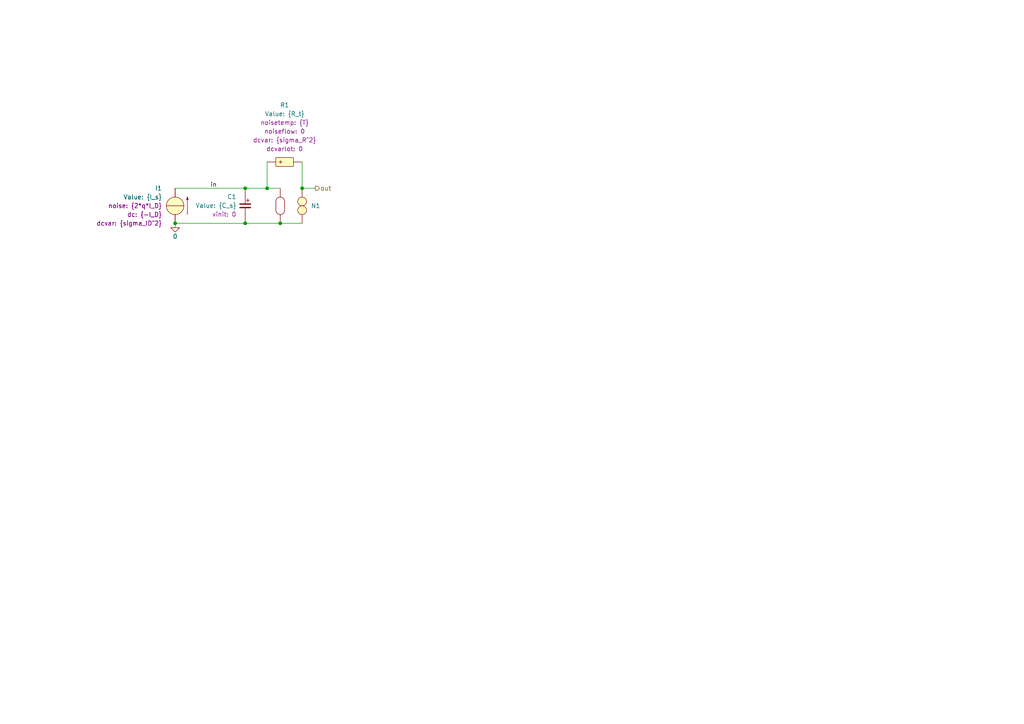
<source format=kicad_sch>
(kicad_sch (version 20250114) (generator "eeschema") (generator_version "9.0")
  (paper "A4")
  (title_block (title "Transimpedance"))
  (lib_symbols
    (symbol "SLiCAP:C" (pin_numbers (hide yes)) (pin_names (offset 1.016) (hide yes))
      (property "Reference" "C?" (at 2.54 3.81 0))
      (property "Value" "?" (at 2.54 1.27 0) (show_name))
      (property "vinit" "0" (at 2.54 -1.27 0) (show_name))
      (symbol "C_0_0"
        (text "+" (at -0.762 1.651 0) (effects (font (size 1.27 1.27))))
      )
      (symbol "C_0_1"
        (polyline (pts (xy -1.524 0.508) (xy 1.524 0.508)) (stroke (width 0.381)))
        (polyline (pts (xy -1.524 -0.508) (xy 1.524 -0.508)) (stroke (width 0.381)))
        (polyline (pts (xy 0 2.54) (xy 0 0.508)))
        (polyline (pts (xy 0 -2.54) (xy 0 -0.508)))
      )
      (symbol "C_1_0"
        (pin passive line (at 0 5.08 270) (length 2.54) (name "1") (number "1"))
        (pin passive line (at 0 -5.08 90) (length 2.54) (name "2") (number "2"))
      )
    )
    (symbol "SLiCAP:GND" (power) (pin_numbers (hide yes)) (pin_names (offset 0) (hide yes))
      (property "Value" "0" (at 0 -2.54 0))
      (symbol "GND_0_1"
        (polyline (pts (xy -1.27 0) (xy 0 -1.27) (xy 1.27 0) (xy -1.27 0)))
      )
      (symbol "GND_1_1"
        (pin power_in line (at 0 0 0) (length 0) (name "~") (number "1"))
      )
    )
    (symbol "SLiCAP:I" (pin_numbers (hide yes)) (pin_names (offset 0) (hide yes))
      (property "Reference" "I?" (at 3.81 4.445 0))
      (property "Value" "?" (at 3.81 2.54 0) (show_name))
      (property "noise" "0" (at 3.81 -3.175 0) (show_name))
      (property "dc" "0" (at 3.81 0.635 0) (show_name))
      (property "dcvar" "0" (at 3.81 -1.27 0) (show_name))
      (symbol "I_0_1"
        (polyline (pts (xy -3.556 2.54) (xy -3.556 -2.54)))
        (polyline (pts (xy -3.556 2.54) (xy -3.81 1.778) (xy -3.302 1.778) (xy -3.556 2.54)) (fill (type outline)))
        (polyline (pts (xy -2.54 0) (xy 2.54 0)))
      )
      (symbol "I_1_0"
        (circle (center 0 0) (radius 2.54) (fill (type background)))
        (pin power_out line (at 0 5.08 270) (length 2.54) (name "p") (number "2"))
        (pin power_out line (at 0 -5.08 90) (length 2.54) (name "n") (number "1"))
      )
    )
    (symbol "SLiCAP:N" (pin_numbers (hide yes)) (pin_names (offset 0) (hide yes))
      (property "Reference" "N?" (at 1.905 0 0))
      (symbol "N_0_1"
        (polyline (pts (xy -7.62 1.27) (xy -7.62 -1.27)))
        (arc (start -5.08 -1.27) (mid -5.452 -2.168) (end -6.35 -2.54))
        (arc (start -6.3499 2.5401) (mid -5.4519 2.1681) (end -5.0799 1.2701))
        (arc (start -6.35 -2.54) (mid -7.248 -2.168) (end -7.62 -1.27))
        (arc (start -7.6199 1.2701) (mid -7.2479 2.1681) (end -6.3499 2.5401))
      )
      (symbol "N_1_0"
        (pin power_out line (at 0 5.08 270) (length 2.54) (name "outP") (number "1"))
        (pin power_out line (at 0 -5.08 90) (length 2.54) (name "outN") (number "2"))
      )
      (symbol "N_1_1"
        (polyline (pts (xy -5.08 1.27) (xy -5.08 -1.27)) (fill (type background)))
        (circle (center 0 1.27) (radius 1.27) (fill (type background)))
        (circle (center 0 -1.27) (radius 1.27) (fill (type background)))
        (pin input line (at -6.35 5.08 270) (length 2.54) (name "inp") (number "3"))
        (pin input line (at -6.35 -5.08 90) (length 2.54) (name "inN") (number "4"))
      )
    )
    (symbol "SLiCAP:R" (pin_numbers (hide yes)) (pin_names (offset 1.016) (hide yes))
      (property "Reference" "R?" (at 1.905 3.81 0))
      (property "Value" "?" (at 1.905 1.905 0) (show_name))
      (property "noisetemp" "0" (at 1.905 0 0) (show_name))
      (property "noiseflow" "0" (at 15.24 0 0) (show_name))
      (property "dcvar" "0" (at 1.905 -1.905 0) (show_name))
      (property "dcvarlot" "0" (at 15.24 -1.905 0) (show_name))
      (symbol "R_0_0"
        (text "+" (at 0 1.27 0) (effects (font (size 1.27 1.27))))
      )
      (symbol "R_1_0"
        (pin passive line (at 0 5.08 270) (length 2.54) (name "1") (number "1"))
        (pin passive line (at 0 -5.08 90) (length 2.54) (name "2") (number "2"))
      )
      (symbol "R_1_1"
        (rectangle (start -1.27 2.54) (end 1.27 -2.54) (fill (type background)))
      )
    )
  )
  (junction (at 71.12 64.77))
  (junction (at 50.8 64.77))
  (junction (at 81.28 64.77))
  (junction (at 77.47 54.61))
  (junction (at 87.63 54.61))
  (junction (at 71.12 54.61))
  (wire (pts (xy 50.8 54.61) (xy 71.12 54.61)))
  (wire (pts (xy 81.28 64.77) (xy 87.63 64.77)))
  (wire (pts (xy 71.12 54.61) (xy 77.47 54.61)))
  (wire (pts (xy 77.47 54.61) (xy 81.28 54.61)))
  (wire (pts (xy 77.47 46.99) (xy 77.47 54.61)))
  (wire (pts (xy 50.8 64.77) (xy 71.12 64.77)))
  (wire (pts (xy 71.12 64.77) (xy 81.28 64.77)))
  (wire (pts (xy 87.63 46.99) (xy 87.63 54.61)))
  (wire (pts (xy 50.8 66.04) (xy 50.8 64.77)))
  (wire (pts (xy 87.63 54.61) (xy 91.44 54.61)))
  (label "in" (at 60.96 54.61 0))
  (hierarchical_label "out" (shape output) (at 91.44 54.61 0))
  (symbol (lib_id "SLiCAP:C") (at 71.12 59.69 0) (mirror y) (unit 1)
    (property "Reference" "C1" (at 68.58 57.0836 0) (effects (justify left)))
    (property "Value" "{C_s}" (at 68.58 59.6236 0) (show_name yes) (effects (justify left)))
    (property "Description" "Capacitor" (effects (hide yes)))
    (property "model" "C" (effects (hide yes)))
    (property "vinit" "0" (at 68.58 62.1636 0) (show_name yes) (effects (justify left)))
  )
  (symbol (lib_id "SLiCAP:GND") (at 50.8 66.04 0) (unit 1)
    (property "Reference" "#01" (effects (hide yes)))
    (property "Value" "0" (at 50.8 68.58 0))
    (property "Description" "0V reference potential" (effects (hide yes)))
  )
  (symbol (lib_id "SLiCAP:R") (at 82.55 46.99 90) (unit 1)
    (property "Reference" "R1" (at 82.55 30.48 90))
    (property "Value" "{R_t}" (at 82.55 33.02 90) (show_name yes))
    (property "Description" "Resistor (cannot have zero resistance)" (effects (hide yes)))
    (property "model" "R" (effects (hide yes)))
    (property "noisetemp" "{T}" (at 82.55 35.56 90) (show_name yes))
    (property "noiseflow" "0" (at 82.55 38.1 90) (show_name yes))
    (property "dcvar" "{sigma_R^2}" (at 82.55 40.64 90) (show_name yes))
    (property "dcvarlot" "0" (at 82.55 43.18 90) (show_name yes))
  )
  (symbol (lib_id "SLiCAP:I") (at 50.8 59.69 0) (mirror y) (unit 1)
    (property "Reference" "I1" (at 46.99 54.6099 0) (effects (justify left)))
    (property "Value" "{I_s}" (at 46.99 57.1499 0) (show_name yes) (effects (justify left)))
    (property "Description" "Independent current source" (effects (hide yes)))
    (property "noise" "{2*q*I_D}" (at 46.99 59.6899 0) (show_name yes) (effects (justify left)))
    (property "dc" "{-I_D}" (at 46.99 62.2299 0) (show_name yes) (effects (justify left)))
    (property "dcvar" "{sigma_ID^2}" (at 46.99 64.7699 0) (show_name yes) (effects (justify left)))
    (property "model" "I" (effects (hide yes)))
  )
  (symbol (lib_id "SLiCAP:N") (at 87.63 59.69 0) (unit 1)
    (property "Reference" "N1" (at 90.17 59.6898 0) (effects (justify left)))
    (property "Description" "Nullor" (effects (hide yes)))
    (property "model" "N" (effects (hide yes)))
  )
)
</source>
